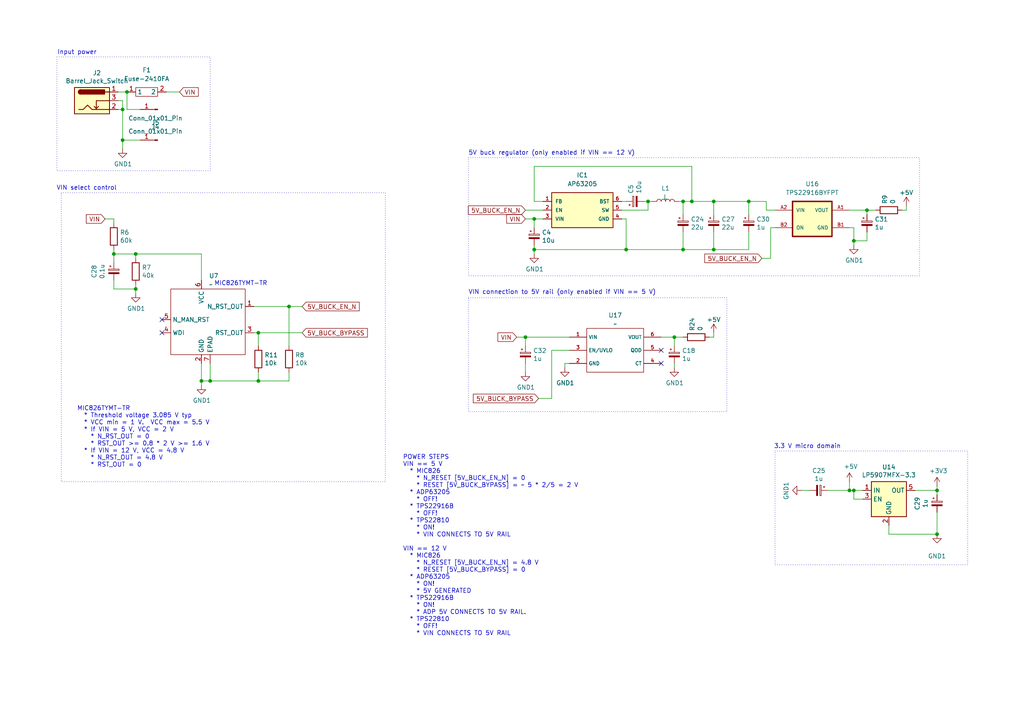
<source format=kicad_sch>
(kicad_sch (version 20231120) (generator "eeschema") (generator_version "8.0")
  (paper "A4")
  (lib_symbols
    (symbol "Connector:Barrel_Jack_Switch" (pin_names hide)
      (property "Reference" "J" (at 0 5.334 0))
      (property "Value" "Barrel_Jack_Switch" (at 0 -5.08 0))
      (symbol "Barrel_Jack_Switch_0_1"
        (rectangle (start -5.08 3.81) (end 5.08 -3.81) (stroke (width 0.254)) (fill (type background)))
        (arc (start -3.302 3.175) (mid -3.9343 2.54) (end -3.302 1.905) (stroke (width 0.254)))
        (arc (start -3.302 3.175) (mid -3.9343 2.54) (end -3.302 1.905) (stroke (width 0.254)) (fill (type outline)))
        (polyline (pts (xy 1.27 -2.286) (xy 1.905 -1.651)) (stroke (width 0.254)))
        (polyline (pts (xy 5.08 2.54) (xy 3.81 2.54)) (stroke (width 0.254)))
        (polyline (pts (xy 5.08 0) (xy 1.27 0) (xy 1.27 -2.286) (xy 0.635 -1.651)) (stroke (width 0.254)))
        (polyline (pts (xy -3.81 -2.54) (xy -2.54 -2.54) (xy -1.27 -1.27) (xy 0 -2.54) (xy 2.54 -2.54) (xy 5.08 -2.54)) (stroke (width 0.254)))
        (rectangle (start 3.683 3.175) (end -3.302 1.905) (stroke (width 0.254)) (fill (type outline)))
      )
      (symbol "Barrel_Jack_Switch_1_1"
        (pin passive line (at 7.62 2.54 180) (length 2.54) (name "~") (number "1"))
        (pin passive line (at 7.62 -2.54 180) (length 2.54) (name "~") (number "2"))
        (pin passive line (at 7.62 0 180) (length 2.54) (name "~") (number "3"))
      )
    )
    (symbol "Connector:Conn_01x01_Pin" (pin_names (offset 1.016) hide)
      (property "Reference" "J" (at 0 2.54 0))
      (property "Value" "Conn_01x01_Pin" (at 0 -2.54 0))
      (symbol "Conn_01x01_Pin_1_1"
        (polyline (pts (xy 1.27 0) (xy 0.8636 0)) (stroke (width 0.1524)))
        (rectangle (start 0.8636 0.127) (end 0 -0.127) (stroke (width 0.1524)) (fill (type outline)))
        (pin passive line (at 5.08 0 180) (length 3.81) (name "Pin_1") (number "1"))
      )
    )
    (symbol "Device:L" (pin_numbers hide) (pin_names (offset 1.016) hide)
      (property "Reference" "L" (at -1.27 0 90))
      (property "Value" "L" (at 1.905 0 90))
      (symbol "L_0_1"
        (arc (start 0 -2.54) (mid 0.6323 -1.905) (end 0 -1.27))
        (arc (start 0 -1.27) (mid 0.6323 -0.635) (end 0 0))
        (arc (start 0 0) (mid 0.6323 0.635) (end 0 1.27))
        (arc (start 0 1.27) (mid 0.6323 1.905) (end 0 2.54))
      )
      (symbol "L_1_1"
        (pin passive line (at 0 3.81 270) (length 1.27) (name "1") (number "1"))
        (pin passive line (at 0 -3.81 90) (length 1.27) (name "2") (number "2"))
      )
    )
    (symbol "Device:R" (pin_numbers hide) (pin_names (offset 0))
      (property "Reference" "R" (at 2.032 0 90))
      (property "Value" "R" (at 0 0 90))
      (symbol "R_0_1"
        (rectangle (start -1.016 -2.54) (end 1.016 2.54) (stroke (width 0.254)))
      )
      (symbol "R_1_1"
        (pin passive line (at 0 3.81 270) (length 1.27) (name "~") (number "1"))
        (pin passive line (at 0 -3.81 90) (length 1.27) (name "~") (number "2"))
      )
    )
    (symbol "Regulator_Linear:LP5907MFX-3.3"
      (property "Reference" "U" (at -3.81 6.35 0))
      (property "Value" "LP5907MFX-3.3" (at 6.35 6.35 0))
      (symbol "LP5907MFX-3.3_0_1"
        (rectangle (start -5.08 -5.08) (end 5.08 5.08) (stroke (width 0.254)) (fill (type background)))
        (pin power_in line (at -7.62 2.54 0) (length 2.54) (name "IN") (number "1"))
        (pin power_in line (at 0 -7.62 90) (length 2.54) (name "GND") (number "2"))
        (pin input line (at -7.62 0 0) (length 2.54) (name "EN") (number "3"))
        (pin no_connect line (at 5.08 0 180) (length 2.54) hide (name "NC") (number "4"))
        (pin power_out line (at 7.62 2.54 180) (length 2.54) (name "OUT") (number "5"))
      )
    )
    (symbol "power:+5V" (power) (pin_names (offset 0))
      (property "Value" "+5V" (at 0 3.556 0))
      (symbol "+5V_0_1"
        (polyline (pts (xy -0.762 1.27) (xy 0 2.54)))
        (polyline (pts (xy 0 0) (xy 0 2.54)))
        (polyline (pts (xy 0 2.54) (xy 0.762 1.27)))
      )
      (symbol "+5V_1_1"
        (pin power_in line (at 0 0 90) (length 0) hide (name "+5V") (number "1"))
      )
    )
    (symbol "power:GND1" (power) (pin_names (offset 0))
      (property "Value" "GND1" (at 0 -3.81 0))
      (symbol "GND1_0_1"
        (polyline (pts (xy 0 0) (xy 0 -1.27) (xy 1.27 -1.27) (xy 0 -2.54) (xy -1.27 -1.27) (xy 0 -1.27)))
      )
      (symbol "GND1_1_1"
        (pin power_in line (at 0 0 270) (length 0) hide (name "GND1") (number "1"))
      )
    )
    (symbol "spudglo_driver_v3p1-rescue:+3.3V-power" (power) (pin_names (offset 0))
      (property "Value" "+3.3V-power" (at 0 3.556 0))
      (symbol "+3.3V-power_0_1"
        (polyline (pts (xy -0.762 1.27) (xy 0 2.54)))
        (polyline (pts (xy 0 0) (xy 0 2.54)))
        (polyline (pts (xy 0 2.54) (xy 0.762 1.27)))
      )
      (symbol "+3.3V-power_1_1"
        (pin power_in line (at 0 0 90) (length 0) hide (name "+3V3") (number "1"))
      )
    )
    (symbol "spudglo_driver_v3p1-rescue:CP_Small-Device" (pin_numbers hide) (pin_names (offset 0.254) hide)
      (property "Reference" "C" (at 0.254 1.778 0))
      (property "Value" "CP_Small-Device" (at 0.254 -2.032 0))
      (symbol "CP_Small-Device_0_1"
        (rectangle (start -1.524 -0.3048) (end 1.524 -0.6858) (fill (type outline)))
        (rectangle (start -1.524 0.6858) (end 1.524 0.3048))
        (polyline (pts (xy -1.27 1.524) (xy -0.762 1.524)))
        (polyline (pts (xy -1.016 1.27) (xy -1.016 1.778)))
      )
      (symbol "CP_Small-Device_1_1"
        (pin passive line (at 0 2.54 270) (length 1.8542) (name "~") (number "1"))
        (pin passive line (at 0 -2.54 90) (length 1.8542) (name "~") (number "2"))
      )
    )
    (symbol "srw_custom:AP63205" (pin_names (offset 1.016))
      (property "Reference" "IC" (at 0 6.35 0))
      (property "Value" "AP63205" (at 0 -6.35 0))
      (symbol "AP63205_0_0"
        (rectangle (start -8.89 -5.08) (end 8.89 5.08) (stroke (width 0.254)) (fill (type background)))
        (pin bidirectional line (at -11.43 2.54 0) (length 2.54) (name "FB") (number "1"))
        (pin bidirectional line (at -11.43 0 0) (length 2.54) (name "EN") (number "2"))
        (pin bidirectional line (at -11.43 -2.54 0) (length 2.54) (name "VIN") (number "3"))
        (pin bidirectional line (at 11.43 -2.54 180) (length 2.54) (name "GND") (number "4"))
        (pin bidirectional line (at 11.43 0 180) (length 2.54) (name "SW") (number "5"))
        (pin bidirectional line (at 11.43 2.54 180) (length 2.54) (name "BST") (number "6"))
      )
    )
    (symbol "srw_custom:Fuse-2410FA"
      (property "Reference" "F" (at 0 0 0))
      (property "Value" "Fuse-2410FA" (at 0 2.54 0))
      (symbol "Fuse-2410FA_0_1"
        (rectangle (start 0 -2.54) (end 6.35 -5.08))
      )
      (symbol "Fuse-2410FA_1_1"
        (pin input line (at -2.54 -3.81 0) (length 2.54) (name "1") (number "1"))
        (pin input line (at 8.89 -3.81 180) (length 2.54) (name "2") (number "2"))
      )
    )
    (symbol "srw_custom:MIC826SYMT"
      (property "Reference" "U" (at -1.778 2.54 0))
      (symbol "MIC826SYMT_1_1"
        (rectangle (start 0 0) (end 21.59 -19.05))
        (pin input line (at 24.13 -5.08 180) (length 2.54) (name "N_RST_OUT") (number "1"))
        (pin input line (at 8.89 -21.59 90) (length 2.54) (name "GND") (number "2"))
        (pin input line (at 24.13 -12.7 180) (length 2.54) (name "RST_OUT") (number "3"))
        (pin input line (at -2.54 -12.7 0) (length 2.54) (name "WDI") (number "4"))
        (pin input line (at -2.54 -8.89 0) (length 2.54) (name "N_MAN_RST") (number "5"))
        (pin input line (at 8.89 2.54 270) (length 2.54) (name "VCC") (number "6"))
        (pin input line (at 11.43 -21.59 90) (length 2.54) (name "EPAD") (number "7"))
      )
    )
    (symbol "srw_custom:TPS22810TDBVRQ1"
      (property "Reference" "U" (at -1.778 1.778 0))
      (symbol "TPS22810TDBVRQ1_0_0"
        (pin bidirectional line (at -5.08 -2.54 0) (length 5.08) (name "VIN") (number "1"))
        (pin bidirectional line (at -5.08 -10.16 0) (length 5.08) (name "GND") (number "2"))
        (pin bidirectional line (at -5.08 -6.35 0) (length 5.08) (name "EN/UVLO") (number "3"))
        (pin bidirectional line (at 21.59 -10.16 180) (length 5.08) (name "CT") (number "4"))
        (pin bidirectional line (at 21.59 -6.35 180) (length 5.08) (name "QOD") (number "5"))
        (pin bidirectional line (at 21.59 -2.54 180) (length 5.08) (name "VOUT") (number "6"))
      )
      (symbol "TPS22810TDBVRQ1_1_1"
        (rectangle (start 0 0) (end 16.51 -12.7))
      )
    )
    (symbol "srw_custom:TPS22916BYFPT" (pin_names (offset 1.016))
      (property "Reference" "U" (at -17.8193 8.6391 0))
      (property "Value" "TPS22916BYFPT" (at -29.464 -5.842 0))
      (symbol "TPS22916BYFPT_0_0"
        (rectangle (start -17.78 7.62) (end -6.35 -2.54) (stroke (width 0.41)) (fill (type background)))
        (pin output line (at -1.27 5.08 180) (length 5.08) (name "VOUT") (number "A1"))
        (pin input line (at -22.86 5.08 0) (length 5.08) (name "VIN") (number "A2"))
        (pin power_in line (at -1.27 0 180) (length 5.08) (name "GND") (number "B1"))
        (pin bidirectional line (at -22.86 0 0) (length 5.08) (name "ON") (number "B2"))
      )
    )
  )
  (junction (at 207.01 72.39))
  (junction (at 83.82 88.9))
  (junction (at 36.83 26.67))
  (junction (at 152.4 97.79))
  (junction (at 195.58 97.79))
  (junction (at 33.02 73.66))
  (junction (at 154.94 63.5))
  (junction (at 207.01 58.42))
  (junction (at 74.93 96.52))
  (junction (at 246.38 142.24))
  (junction (at 58.42 110.49))
  (junction (at 154.94 72.39))
  (junction (at 39.37 73.66))
  (junction (at 247.65 142.24))
  (junction (at 35.56 31.75))
  (junction (at 200.66 58.42))
  (junction (at 60.96 110.49))
  (junction (at 35.56 40.64))
  (junction (at 271.78 154.94))
  (junction (at 198.12 72.39))
  (junction (at 271.78 142.24))
  (junction (at 39.37 83.82))
  (junction (at 247.65 69.85))
  (junction (at 198.12 58.42))
  (junction (at 187.96 58.42))
  (junction (at 251.46 60.96))
  (junction (at 217.17 58.42))
  (junction (at 74.93 110.49))
  (junction (at 181.61 72.39))
  (no_connect (at 191.77 101.6))
  (no_connect (at 46.99 92.71))
  (no_connect (at 191.77 105.41))
  (no_connect (at 46.99 96.52))
  (wire (pts (xy 33.02 73.66) (xy 39.37 73.66)))
  (wire (pts (xy 222.25 60.96) (xy 224.79 60.96)))
  (wire (pts (xy 207.01 97.79) (xy 207.01 96.52)))
  (wire (pts (xy 33.02 81.28) (xy 33.02 83.82)))
  (wire (pts (xy 247.65 66.04) (xy 247.65 69.85)))
  (wire (pts (xy 40.64 31.75) (xy 36.83 31.75)))
  (wire (pts (xy 33.02 83.82) (xy 39.37 83.82)))
  (wire (pts (xy 83.82 107.95) (xy 83.82 110.49)))
  (wire (pts (xy 251.46 69.85) (xy 247.65 69.85)))
  (wire (pts (xy 257.81 152.4) (xy 257.81 154.94)))
  (wire (pts (xy 251.46 62.23) (xy 251.46 60.96)))
  (wire (pts (xy 271.78 142.24) (xy 265.43 142.24)))
  (wire (pts (xy 35.56 40.64) (xy 40.64 40.64)))
  (wire (pts (xy 154.94 63.5) (xy 157.48 63.5)))
  (wire (pts (xy 58.42 110.49) (xy 58.42 111.76)))
  (wire (pts (xy 33.02 73.66) (xy 33.02 76.2)))
  (wire (pts (xy 180.34 58.42) (xy 181.61 58.42)))
  (wire (pts (xy 181.61 63.5) (xy 180.34 63.5)))
  (wire (pts (xy 39.37 82.55) (xy 39.37 83.82)))
  (wire (pts (xy 154.94 48.26) (xy 200.66 48.26)))
  (wire (pts (xy 246.38 66.04) (xy 247.65 66.04)))
  (wire (pts (xy 196.85 58.42) (xy 198.12 58.42)))
  (wire (pts (xy 33.02 64.77) (xy 33.02 63.5)))
  (wire (pts (xy 217.17 62.23) (xy 217.17 58.42)))
  (wire (pts (xy 34.29 26.67) (xy 36.83 26.67)))
  (wire (pts (xy 74.93 107.95) (xy 74.93 110.49)))
  (wire (pts (xy 232.41 142.24) (xy 234.95 142.24)))
  (wire (pts (xy 163.83 105.41) (xy 165.1 105.41)))
  (wire (pts (xy 73.66 96.52) (xy 74.93 96.52)))
  (wire (pts (xy 251.46 60.96) (xy 254 60.96)))
  (wire (pts (xy 223.52 66.04) (xy 224.79 66.04)))
  (wire (pts (xy 246.38 60.96) (xy 251.46 60.96)))
  (wire (pts (xy 217.17 58.42) (xy 222.25 58.42)))
  (wire (pts (xy 39.37 73.66) (xy 39.37 74.93)))
  (wire (pts (xy 246.38 139.7) (xy 246.38 142.24)))
  (wire (pts (xy 60.96 105.41) (xy 60.96 110.49)))
  (wire (pts (xy 195.58 97.79) (xy 195.58 100.33)))
  (wire (pts (xy 163.83 106.68) (xy 163.83 105.41)))
  (wire (pts (xy 198.12 67.31) (xy 198.12 72.39)))
  (wire (pts (xy 160.02 115.57) (xy 160.02 101.6)))
  (wire (pts (xy 83.82 100.33) (xy 83.82 88.9)))
  (wire (pts (xy 217.17 72.39) (xy 217.17 67.31)))
  (wire (pts (xy 154.94 72.39) (xy 154.94 73.66)))
  (wire (pts (xy 58.42 105.41) (xy 58.42 110.49)))
  (wire (pts (xy 74.93 110.49) (xy 83.82 110.49)))
  (wire (pts (xy 262.89 59.69) (xy 262.89 60.96)))
  (wire (pts (xy 250.19 142.24) (xy 247.65 142.24)))
  (wire (pts (xy 247.65 144.78) (xy 247.65 142.24)))
  (wire (pts (xy 60.96 110.49) (xy 74.93 110.49)))
  (wire (pts (xy 149.86 97.79) (xy 152.4 97.79)))
  (wire (pts (xy 154.94 66.04) (xy 154.94 63.5)))
  (wire (pts (xy 48.26 26.67) (xy 52.07 26.67)))
  (wire (pts (xy 74.93 96.52) (xy 74.93 100.33)))
  (wire (pts (xy 261.62 60.96) (xy 262.89 60.96)))
  (wire (pts (xy 191.77 97.79) (xy 195.58 97.79)))
  (wire (pts (xy 207.01 72.39) (xy 217.17 72.39)))
  (wire (pts (xy 39.37 83.82) (xy 39.37 85.09)))
  (wire (pts (xy 74.93 96.52) (xy 87.63 96.52)))
  (wire (pts (xy 205.74 97.79) (xy 207.01 97.79)))
  (wire (pts (xy 33.02 72.39) (xy 33.02 73.66)))
  (wire (pts (xy 35.56 31.75) (xy 35.56 29.21)))
  (wire (pts (xy 35.56 29.21) (xy 34.29 29.21)))
  (wire (pts (xy 257.81 154.94) (xy 271.78 154.94)))
  (wire (pts (xy 187.96 58.42) (xy 189.23 58.42)))
  (wire (pts (xy 271.78 143.51) (xy 271.78 142.24)))
  (wire (pts (xy 152.4 100.33) (xy 152.4 97.79)))
  (wire (pts (xy 160.02 101.6) (xy 165.1 101.6)))
  (wire (pts (xy 207.01 67.31) (xy 207.01 72.39)))
  (wire (pts (xy 250.19 144.78) (xy 247.65 144.78)))
  (wire (pts (xy 198.12 72.39) (xy 207.01 72.39)))
  (wire (pts (xy 39.37 73.66) (xy 58.42 73.66)))
  (wire (pts (xy 34.29 31.75) (xy 35.56 31.75)))
  (wire (pts (xy 246.38 142.24) (xy 240.03 142.24)))
  (wire (pts (xy 152.4 63.5) (xy 154.94 63.5)))
  (wire (pts (xy 35.56 40.64) (xy 35.56 43.18)))
  (wire (pts (xy 152.4 97.79) (xy 165.1 97.79)))
  (wire (pts (xy 181.61 63.5) (xy 181.61 72.39)))
  (wire (pts (xy 35.56 31.75) (xy 35.56 40.64)))
  (wire (pts (xy 200.66 58.42) (xy 207.01 58.42)))
  (wire (pts (xy 222.25 58.42) (xy 222.25 60.96)))
  (wire (pts (xy 207.01 58.42) (xy 217.17 58.42)))
  (wire (pts (xy 181.61 72.39) (xy 198.12 72.39)))
  (wire (pts (xy 223.52 66.04) (xy 223.52 74.93)))
  (wire (pts (xy 251.46 67.31) (xy 251.46 69.85)))
  (wire (pts (xy 36.83 31.75) (xy 36.83 26.67)))
  (wire (pts (xy 198.12 58.42) (xy 198.12 62.23)))
  (wire (pts (xy 156.21 115.57) (xy 160.02 115.57)))
  (wire (pts (xy 154.94 58.42) (xy 157.48 58.42)))
  (wire (pts (xy 154.94 72.39) (xy 181.61 72.39)))
  (wire (pts (xy 271.78 148.59) (xy 271.78 154.94)))
  (wire (pts (xy 180.34 60.96) (xy 187.96 60.96)))
  (wire (pts (xy 152.4 60.96) (xy 157.48 60.96)))
  (wire (pts (xy 271.78 142.24) (xy 271.78 140.97)))
  (wire (pts (xy 154.94 71.12) (xy 154.94 72.39)))
  (wire (pts (xy 58.42 73.66) (xy 58.42 81.28)))
  (wire (pts (xy 195.58 105.41) (xy 195.58 106.68)))
  (wire (pts (xy 154.94 48.26) (xy 154.94 58.42)))
  (wire (pts (xy 247.65 142.24) (xy 246.38 142.24)))
  (wire (pts (xy 58.42 110.49) (xy 60.96 110.49)))
  (wire (pts (xy 73.66 88.9) (xy 83.82 88.9)))
  (wire (pts (xy 195.58 97.79) (xy 198.12 97.79)))
  (wire (pts (xy 207.01 58.42) (xy 207.01 62.23)))
  (wire (pts (xy 186.69 58.42) (xy 187.96 58.42)))
  (wire (pts (xy 152.4 105.41) (xy 152.4 107.95)))
  (wire (pts (xy 187.96 60.96) (xy 187.96 58.42)))
  (wire (pts (xy 200.66 48.26) (xy 200.66 58.42)))
  (wire (pts (xy 220.98 74.93) (xy 223.52 74.93)))
  (wire (pts (xy 83.82 88.9) (xy 87.63 88.9)))
  (wire (pts (xy 247.65 69.85) (xy 247.65 71.12)))
  (wire (pts (xy 198.12 58.42) (xy 200.66 58.42)))
  (wire (pts (xy 30.48 63.5) (xy 33.02 63.5)))
  (rectangle (start 135.89 45.72) (end 266.7 80.01) (stroke (width 0) (type dot)))
  (rectangle (start 16.51 16.51) (end 60.96 49.53) (stroke (width 0) (type dot)))
  (rectangle (start 135.89 86.36) (end 210.82 119.38) (stroke (width 0) (type dot)))
  (rectangle (start 17.78 55.88) (end 111.76 139.7) (stroke (width 0) (type dot)))
  (rectangle (start 224.79 130.81) (end 280.67 163.83) (stroke (width 0) (type dot)))
  (text "VIN select control" (at 25.146 54.61 0) (effects (font (size 1.27 1.27))))
  (text "VIN connection to 5V rail (only enabled if VIN == 5 V)" (at 163.068 84.836 0) (effects (font (size 1.27 1.27))))
  (text "5V buck regulator (only enabled if VIN == 12 V)" (at 160.02 44.45 0) (effects (font (size 1.27 1.27))))
  (text "MIC826TYMT-TR" (at 69.85 82.296 0) (effects (font (size 1.27 1.27))))
  (text "POWER STEPS\nVIN == 5 V\n  * MIC826\n    * N_RESET [5V_BUCK_EN_N] = 0\n    * RESET [5V_BUCK_BYPASS] = ~ 5 * 2/5 = 2 V\n  * ADP63205\n    * OFF! \n  * TPS22916B\n    * OFF! \n  * TPS22810\n    * ON!  \n    * VIN CONNECTS TO 5V RAIL\n\nVIN == 12 V\n  * MIC826 \n    * N_RESET [5V_BUCK_EN_N] = 4.8 V\n    * RESET [5V_BUCK_BYPASS] = 0\n  * ADP63205\n    * ON! \n    * 5V GENERATED\n  * TPS22916B\n    * ON!\n    * ADP 5V CONNECTS TO 5V RAIL.\n  * TPS22810\n    * OFF!  \n    * VIN CONNECTS TO 5V RAIL" (at 116.84 158.242 0) (effects (font (size 1.27 1.27)) (justify left)))
  (text "Input power\n" (at 22.352 15.24 0) (effects (font (size 1.27 1.27))))
  (text "MIC826TYMT-TR\n  * Threshold voltage 3.085 V typ\n  * VCC min = 1 V.  VCC max = 5.5 V\n  * If VIN = 5 V, VCC = 2 V\n    * N_RST_OUT = 0 \n    * RST_OUT >= 0.8 * 2 V >= 1.6 V\n  * If VIN = 12 V, VCC = 4.8 V\n    * N_RST_OUT = 4.8 V \n    * RST_OUT = 0 \n" (at 22.352 126.746 0) (effects (font (size 1.27 1.27)) (justify left)))
  (text "3.3 V micro domain" (at 234.188 129.54 0) (effects (font (size 1.27 1.27))))
  (global_label "VIN" (shape input) (at 149.86 97.79 180) (property "Intersheetrefs" "${INTERSHEET_REFS}" (effects (hide yes))))
  (global_label "5V_BUCK_EN_N" (shape input) (at 220.98 74.93 180) (property "Intersheetrefs" "${INTERSHEET_REFS}" (effects (hide yes))))
  (global_label "VIN" (shape input) (at 152.4 63.5 180) (property "Intersheetrefs" "${INTERSHEET_REFS}" (effects (hide yes))))
  (global_label "5V_BUCK_EN_N" (shape input) (at 152.4 60.96 180) (property "Intersheetrefs" "${INTERSHEET_REFS}" (effects (hide yes))))
  (global_label "VIN" (shape input) (at 30.48 63.5 180) (property "Intersheetrefs" "${INTERSHEET_REFS}" (effects (hide yes))))
  (global_label "5V_BUCK_EN_N" (shape input) (at 87.63 88.9 0) (property "Intersheetrefs" "${INTERSHEET_REFS}" (effects (hide yes))))
  (global_label "5V_BUCK_BYPASS" (shape input) (at 156.21 115.57 180) (property "Intersheetrefs" "${INTERSHEET_REFS}" (effects (hide yes))))
  (global_label "5V_BUCK_BYPASS" (shape input) (at 87.63 96.52 0) (property "Intersheetrefs" "${INTERSHEET_REFS}" (effects (hide yes))))
  (global_label "VIN" (shape input) (at 52.07 26.67 0) (property "Intersheetrefs" "${INTERSHEET_REFS}" (effects (hide yes))))
  (symbol (lib_id "power:GND1") (at 154.94 73.66 0) (unit 1)
    (property "Reference" "#PWR029" (effects (hide yes)))
    (property "Value" "GND1" (at 155.067 78.0542 0))
  )
  (symbol (lib_id "srw_custom:TPS22810TDBVRQ1") (at 170.18 95.25 0) (unit 1)
    (property "Reference" "U17" (at 178.435 91.44 0))
    (property "Value" "~" (at 178.435 93.98 0))
    (property "Footprint" "srw_custom:TPS22810TDBVRQ1" (effects (hide yes)))
  )
  (symbol (lib_id "Connector:Conn_01x01_Pin") (at 45.72 40.64 180) (unit 1)
    (property "Reference" "J5" (at 45.085 35.56 0))
    (property "Value" "Conn_01x01_Pin" (at 45.085 38.1 0))
    (property "Footprint" "Connector_Pin:Pin_D1.3mm_L11.0mm_LooseFit" (effects (hide yes)))
    (property "Description" "Generic connector, single row, 01x01, script generated" (effects (hide yes)))
  )
  (symbol (lib_id "spudglo_driver_v3p1-rescue:CP_Small-Device") (at 152.4 102.87 0) (unit 1)
    (property "Reference" "C32" (at 154.6352 101.7016 0) (effects (justify left)))
    (property "Value" "1u" (at 154.6352 104.013 0) (effects (justify left)))
    (property "Footprint" "Capacitor_SMD:C_0402_1005Metric_Pad0.74x0.62mm_HandSolder" (effects (hide yes)))
  )
  (symbol (lib_id "spudglo_driver_v3p1-rescue:CP_Small-Device") (at 195.58 102.87 0) (unit 1)
    (property "Reference" "C18" (at 197.8152 101.7016 0) (effects (justify left)))
    (property "Value" "1u" (at 197.8152 104.013 0) (effects (justify left)))
    (property "Footprint" "Capacitor_SMD:C_0402_1005Metric_Pad0.74x0.62mm_HandSolder" (effects (hide yes)))
  )
  (symbol (lib_id "spudglo_driver_v3p1-rescue:CP_Small-Device") (at 237.49 142.24 270) (unit 1)
    (property "Reference" "C25" (at 237.49 136.525 90))
    (property "Value" "1u" (at 237.49 138.8364 90))
    (property "Footprint" "Capacitor_SMD:C_0402_1005Metric_Pad0.74x0.62mm_HandSolder" (effects (hide yes)))
  )
  (symbol (lib_id "spudglo_driver_v3p1-rescue:CP_Small-Device") (at 33.02 78.74 0) (unit 1)
    (property "Reference" "C28" (at 27.305 78.74 90))
    (property "Value" "0.1u" (at 29.6164 78.74 90))
    (property "Footprint" "Capacitor_SMD:C_0402_1005Metric_Pad0.74x0.62mm_HandSolder" (effects (hide yes)))
  )
  (symbol (lib_id "power:GND1") (at 163.83 106.68 0) (unit 1)
    (property "Reference" "#PWR035" (effects (hide yes)))
    (property "Value" "GND1" (at 163.957 111.0742 0))
  )
  (symbol (lib_id "Device:R") (at 33.02 68.58 0) (unit 1)
    (property "Reference" "R6" (at 34.798 67.4116 0) (effects (justify left)))
    (property "Value" "60k" (at 34.798 69.723 0) (effects (justify left)))
    (property "Footprint" "Resistor_SMD:R_0402_1005Metric_Pad0.72x0.64mm_HandSolder" (effects (hide yes)))
  )
  (symbol (lib_id "Device:R") (at 74.93 104.14 0) (unit 1)
    (property "Reference" "R11" (at 76.708 102.9716 0) (effects (justify left)))
    (property "Value" "10k" (at 76.708 105.283 0) (effects (justify left)))
    (property "Footprint" "Resistor_SMD:R_0402_1005Metric_Pad0.72x0.64mm_HandSolder" (effects (hide yes)))
  )
  (symbol (lib_id "power:GND1") (at 58.42 111.76 0) (unit 1)
    (property "Reference" "#PWR033" (effects (hide yes)))
    (property "Value" "GND1" (at 58.547 116.1542 0))
  )
  (symbol (lib_id "power:+5V") (at 207.01 96.52 0) (unit 1)
    (property "Reference" "#PWR024" (effects (hide yes)))
    (property "Value" "+5V" (at 207.01 92.71 0))
  )
  (symbol (lib_id "spudglo_driver_v3p1-rescue:CP_Small-Device") (at 184.15 58.42 90) (unit 1)
    (property "Reference" "C5" (at 182.9816 56.1848 0) (effects (justify left)))
    (property "Value" "10u" (at 185.293 56.1848 0) (effects (justify left)))
    (property "Footprint" "Capacitor_SMD:C_0402_1005Metric_Pad0.74x0.62mm_HandSolder" (effects (hide yes)))
  )
  (symbol (lib_id "Regulator_Linear:LP5907MFX-3.3") (at 257.81 144.78 0) (unit 1)
    (property "Reference" "U14" (at 257.81 135.4582 0))
    (property "Value" "LP5907MFX-3.3" (at 257.81 137.7696 0))
    (property "Footprint" "Package_TO_SOT_SMD:SOT-23-5" (effects (hide yes)))
    (property "Datasheet" "http://www.ti.com/lit/ds/symlink/lp5907.pdf" (effects (hide yes)))
  )
  (symbol (lib_id "power:GND1") (at 195.58 106.68 0) (unit 1)
    (property "Reference" "#PWR030" (effects (hide yes)))
    (property "Value" "GND1" (at 195.707 111.0742 0))
  )
  (symbol (lib_id "srw_custom:AP63205") (at 168.91 60.96 0) (unit 1)
    (property "Reference" "IC1" (at 168.91 50.8 0))
    (property "Value" "AP63205" (at 168.91 53.34 0))
    (property "Footprint" "srw_custom:AP63205" (effects (hide yes)))
    (property "MF" "Diodes Zetex" (effects (hide yes)))
    (property "Description_1" "\nConv DC-DC 3.8V to 32V Synchronous Step Down Single-Out 5V 2A 6-Pin TSOT-26 T/R\n" (effects (hide yes)))
    (property "Package" "None" (effects (hide yes)))
    (property "Price" "None" (effects (hide yes)))
    (property "SnapEDA_Link" "https://www.snapeda.com/parts/AP63205/Zetex/view-part/?ref=snap" (effects (hide yes)))
    (property "MP" "AP63205" (effects (hide yes)))
    (property "Availability" "Not in stock" (effects (hide yes)))
    (property "Check_prices" "https://www.snapeda.com/parts/AP63205/Zetex/view-part/?ref=eda" (effects (hide yes)))
  )
  (symbol (lib_id "spudglo_driver_v3p1-rescue:CP_Small-Device") (at 217.17 64.77 0) (unit 1)
    (property "Reference" "C30" (at 219.4052 63.6016 0) (effects (justify left)))
    (property "Value" "1u" (at 219.4052 65.913 0) (effects (justify left)))
    (property "Footprint" "Capacitor_SMD:C_0402_1005Metric_Pad0.74x0.62mm_HandSolder" (effects (hide yes)))
  )
  (symbol (lib_id "Connector:Barrel_Jack_Switch") (at 26.67 29.21 0) (unit 1)
    (property "Reference" "J2" (at 28.1178 21.1582 0))
    (property "Value" "Barrel_Jack_Switch" (at 28.1178 23.4696 0))
    (property "Footprint" "Connector_BarrelJack:BarrelJack_Wuerth_6941xx301002" (effects (hide yes)))
  )
  (symbol (lib_id "Device:R") (at 39.37 78.74 0) (unit 1)
    (property "Reference" "R7" (at 41.148 77.5716 0) (effects (justify left)))
    (property "Value" "40k" (at 41.148 79.883 0) (effects (justify left)))
    (property "Footprint" "Resistor_SMD:R_0402_1005Metric_Pad0.72x0.64mm_HandSolder" (effects (hide yes)))
  )
  (symbol (lib_id "power:+5V") (at 262.89 59.69 0) (unit 1)
    (property "Reference" "#PWR031" (effects (hide yes)))
    (property "Value" "+5V" (at 262.89 55.88 0))
  )
  (symbol (lib_id "Connector:Conn_01x01_Pin") (at 45.72 31.75 180) (unit 1)
    (property "Reference" "J4" (at 45.085 36.83 0))
    (property "Value" "Conn_01x01_Pin" (at 45.085 34.29 0))
    (property "Footprint" "Connector_Pin:Pin_D1.3mm_L11.0mm_LooseFit" (effects (hide yes)))
    (property "Description" "Generic connector, single row, 01x01, script generated" (effects (hide yes)))
  )
  (symbol (lib_id "spudglo_driver_v3p1-rescue:CP_Small-Device") (at 207.01 64.77 0) (unit 1)
    (property "Reference" "C27" (at 209.2452 63.6016 0) (effects (justify left)))
    (property "Value" "22u" (at 209.2452 65.913 0) (effects (justify left)))
    (property "Footprint" "Capacitor_SMD:C_0402_1005Metric_Pad0.74x0.62mm_HandSolder" (effects (hide yes)))
  )
  (symbol (lib_id "power:+5V") (at 246.38 139.7 0) (unit 1)
    (property "Reference" "#PWR021" (effects (hide yes)))
    (property "Value" "+5V" (at 246.761 135.3058 0))
  )
  (symbol (lib_id "Device:R") (at 83.82 104.14 0) (unit 1)
    (property "Reference" "R8" (at 85.598 102.9716 0) (effects (justify left)))
    (property "Value" "10k" (at 85.598 105.283 0) (effects (justify left)))
    (property "Footprint" "Resistor_SMD:R_0402_1005Metric_Pad0.72x0.64mm_HandSolder" (effects (hide yes)))
  )
  (symbol (lib_id "srw_custom:Fuse-2410FA") (at 39.37 22.86 0) (unit 1)
    (property "Reference" "F1" (at 42.545 20.32 0))
    (property "Value" "Fuse-2410FA" (at 42.545 22.86 0))
    (property "Footprint" "srw_custom:2410FA" (effects (hide yes)))
  )
  (symbol (lib_id "spudglo_driver_v3p1-rescue:CP_Small-Device") (at 251.46 64.77 0) (unit 1)
    (property "Reference" "C31" (at 253.6952 63.6016 0) (effects (justify left)))
    (property "Value" "1u" (at 253.6952 65.913 0) (effects (justify left)))
    (property "Footprint" "Capacitor_SMD:C_0402_1005Metric_Pad0.74x0.62mm_HandSolder" (effects (hide yes)))
  )
  (symbol (lib_id "spudglo_driver_v3p1-rescue:CP_Small-Device") (at 198.12 64.77 0) (unit 1)
    (property "Reference" "C24" (at 200.3552 63.6016 0) (effects (justify left)))
    (property "Value" "22u" (at 200.3552 65.913 0) (effects (justify left)))
    (property "Footprint" "Capacitor_SMD:C_0402_1005Metric_Pad0.74x0.62mm_HandSolder" (effects (hide yes)))
  )
  (symbol (lib_id "power:GND1") (at 152.4 107.95 0) (unit 1)
    (property "Reference" "#PWR028" (effects (hide yes)))
    (property "Value" "GND1" (at 152.527 112.3442 0))
  )
  (symbol (lib_id "power:GND1") (at 35.56 43.18 0) (unit 1)
    (property "Reference" "#PWR019" (effects (hide yes)))
    (property "Value" "GND1" (at 35.687 47.5742 0))
  )
  (symbol (lib_id "Device:R") (at 257.81 60.96 90) (unit 1)
    (property "Reference" "R9" (at 256.6416 59.182 0) (effects (justify left)))
    (property "Value" "0" (at 258.953 59.182 0) (effects (justify left)))
    (property "Footprint" "Resistor_SMD:R_0402_1005Metric_Pad0.72x0.64mm_HandSolder" (effects (hide yes)))
  )
  (symbol (lib_id "srw_custom:TPS22916BYFPT") (at 247.65 66.04 0) (unit 1)
    (property "Reference" "U16" (at 235.585 53.34 0))
    (property "Value" "TPS22916BYFPT" (at 235.585 55.88 0))
    (property "Footprint" "srw_custom:TPS22916BYFPT" (effects (hide yes)))
    (property "Description" "TPS22916 5.5-V, 2-A Ultra-Low Leakage Load Switch 4-DSBGA -40 to 85" (effects (hide yes)))
    (property "MF" "Texas Instruments" (effects (hide yes)))
    (property "PACKAGE" "DSBGA-4 Texas Instruments" (effects (hide yes)))
    (property "PRICE" "0.42 USD" (effects (hide yes)))
    (property "Package" "DSBGA-4 Texas Instruments" (effects (hide yes)))
    (property "Check_prices" "https://www.snapeda.com/parts/TPS22916BYFPT/Texas+Instruments/view-part/?ref=eda" (effects (hide yes)))
    (property "Price" "None" (effects (hide yes)))
    (property "SnapEDA_Link" "https://www.snapeda.com/parts/TPS22916BYFPT/Texas+Instruments/view-part/?ref=snap" (effects (hide yes)))
    (property "MP" "TPS22916BYFPT" (effects (hide yes)))
    (property "Availability" "In Stock" (effects (hide yes)))
    (property "AVAILABILITY" "Unavailable" (effects (hide yes)))
    (property "Description_1" "\n5.5-V, 2-A, 60-mΩ, 10-nA leakage load switch with output discharge\n" (effects (hide yes)))
  )
  (symbol (lib_id "Device:L") (at 193.04 58.42 90) (unit 1)
    (property "Reference" "L1" (at 193.04 54.61 90))
    (property "Value" "L" (at 193.04 57.15 90))
    (property "Footprint" "Inductor_SMD:L_1008_2520Metric_Pad1.43x2.20mm_HandSolder" (effects (hide yes)))
    (property "Datasheet" "CIGT252010EH2R2MNE" (effects (hide yes)))
  )
  (symbol (lib_id "power:GND1") (at 247.65 71.12 0) (unit 1)
    (property "Reference" "#PWR034" (effects (hide yes)))
    (property "Value" "GND1" (at 247.777 75.5142 0))
  )
  (symbol (lib_id "power:GND1") (at 271.78 154.94 0) (unit 1)
    (property "Reference" "#PWR023" (effects (hide yes)))
    (property "Value" "GND1" (at 271.78 161.29 0))
  )
  (symbol (lib_id "Device:R") (at 201.93 97.79 90) (unit 1)
    (property "Reference" "R24" (at 200.7616 96.012 0) (effects (justify left)))
    (property "Value" "0" (at 203.073 96.012 0) (effects (justify left)))
    (property "Footprint" "Resistor_SMD:R_0402_1005Metric_Pad0.72x0.64mm_HandSolder" (effects (hide yes)))
  )
  (symbol (lib_id "power:GND1") (at 232.41 142.24 270) (unit 1)
    (property "Reference" "#PWR03" (effects (hide yes)))
    (property "Value" "GND1" (at 228.0158 142.367 0))
  )
  (symbol (lib_id "spudglo_driver_v3p1-rescue:+3.3V-power") (at 271.78 140.97 0) (unit 1)
    (property "Reference" "#PWR022" (effects (hide yes)))
    (property "Value" "+3V3" (at 272.161 136.5758 0))
  )
  (symbol (lib_id "power:GND1") (at 39.37 85.09 0) (unit 1)
    (property "Reference" "#PWR01" (effects (hide yes)))
    (property "Value" "GND1" (at 39.497 89.4842 0))
  )
  (symbol (lib_id "spudglo_driver_v3p1-rescue:CP_Small-Device") (at 271.78 146.05 0) (unit 1)
    (property "Reference" "C29" (at 266.065 146.05 90))
    (property "Value" "1u" (at 268.3764 146.05 90))
    (property "Footprint" "Capacitor_SMD:C_0402_1005Metric_Pad0.74x0.62mm_HandSolder" (effects (hide yes)))
  )
  (symbol (lib_id "srw_custom:MIC826SYMT") (at 49.53 83.82 0) (unit 1)
    (property "Reference" "U7" (at 60.6141 80.01 0) (effects (justify left)))
    (property "Value" "~" (at 60.6141 82.55 0) (effects (justify left)))
    (property "Footprint" "srw_custom:MIC826SYMT" (effects (hide yes)))
  )
  (symbol (lib_id "spudglo_driver_v3p1-rescue:CP_Small-Device") (at 154.94 68.58 0) (unit 1)
    (property "Reference" "C4" (at 157.1752 67.4116 0) (effects (justify left)))
    (property "Value" "10u" (at 157.1752 69.723 0) (effects (justify left)))
    (property "Footprint" "Capacitor_SMD:C_0402_1005Metric_Pad0.74x0.62mm_HandSolder" (effects (hide yes)))
  )
)
</source>
